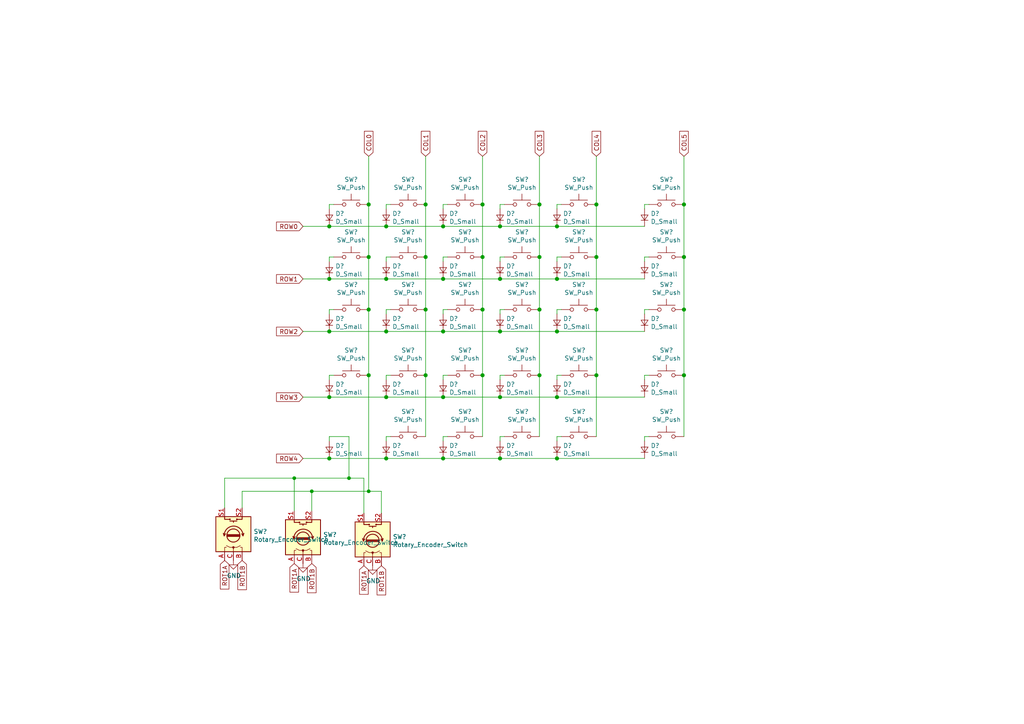
<source format=kicad_sch>
(kicad_sch (version 20211123) (generator eeschema)
  (paper "A4")
  (lib_symbols
    (symbol "Device:D_Small" (pin_numbers hide) (pin_names (offset 0.254) hide)
      (property "Reference" "D" (at -1.27 2.032 0))
      (property "Value" "D_Small" (at -3.81 -2.032 0))
      (symbol "D_Small_0_1"
        (polyline (pts (xy -0.762 -1.016) (xy -0.762 1.016)))
        (polyline (pts (xy -0.762 0) (xy 0.762 0)))
        (polyline (pts (xy 0.762 -1.016) (xy -0.762 0) (xy 0.762 1.016) (xy 0.762 -1.016)))
      )
      (symbol "D_Small_1_1"
        (pin passive line (at -2.54 0 0) (length 1.778) (name "K") (number "1"))
        (pin passive line (at 2.54 0 180) (length 1.778) (name "A") (number "2"))
      )
    )
    (symbol "Device:Rotary_Encoder_Switch" (pin_names (offset 0.254) hide)
      (property "Reference" "SW" (at 0 6.604 0))
      (property "Value" "Rotary_Encoder_Switch" (at 0 -6.604 0))
      (symbol "Rotary_Encoder_Switch_0_1"
        (rectangle (start -5.08 5.08) (end 5.08 -5.08) (stroke (width 0.254)) (fill (type background)))
        (circle (center -3.81 0) (radius 0.254) (fill (type outline)))
        (arc (start -0.381 -2.794) (mid 2.3622 -0.0635) (end -0.381 2.667) (stroke (width 0.254)))
        (circle (center -0.381 0) (radius 1.905) (stroke (width 0.254)))
        (polyline (pts (xy -0.635 -1.778) (xy -0.635 1.778)) (stroke (width 0.254)))
        (polyline (pts (xy -0.381 -1.778) (xy -0.381 1.778)) (stroke (width 0.254)))
        (polyline (pts (xy -0.127 1.778) (xy -0.127 -1.778)) (stroke (width 0.254)))
        (polyline (pts (xy 3.81 0) (xy 3.429 0)) (stroke (width 0.254)))
        (polyline (pts (xy 3.81 1.016) (xy 3.81 -1.016)) (stroke (width 0.254)))
        (polyline (pts (xy -5.08 -2.54) (xy -3.81 -2.54) (xy -3.81 -2.032)))
        (polyline (pts (xy -5.08 2.54) (xy -3.81 2.54) (xy -3.81 2.032)))
        (polyline (pts (xy 0.254 -3.048) (xy -0.508 -2.794) (xy 0.127 -2.413)) (stroke (width 0.254)))
        (polyline (pts (xy 0.254 2.921) (xy -0.508 2.667) (xy 0.127 2.286)) (stroke (width 0.254)))
        (polyline (pts (xy 5.08 -2.54) (xy 4.318 -2.54) (xy 4.318 -1.016)) (stroke (width 0.254)))
        (polyline (pts (xy 5.08 2.54) (xy 4.318 2.54) (xy 4.318 1.016)) (stroke (width 0.254)))
        (polyline (pts (xy -5.08 0) (xy -3.81 0) (xy -3.81 -1.016) (xy -3.302 -2.032)))
        (polyline (pts (xy -4.318 0) (xy -3.81 0) (xy -3.81 1.016) (xy -3.302 2.032)))
        (circle (center 4.318 -1.016) (radius 0.127) (stroke (width 0.254)))
        (circle (center 4.318 1.016) (radius 0.127) (stroke (width 0.254)))
      )
      (symbol "Rotary_Encoder_Switch_1_1"
        (pin passive line (at -7.62 2.54 0) (length 2.54) (name "A") (number "A"))
        (pin passive line (at -7.62 -2.54 0) (length 2.54) (name "B") (number "B"))
        (pin passive line (at -7.62 0 0) (length 2.54) (name "C") (number "C"))
        (pin passive line (at 7.62 2.54 180) (length 2.54) (name "S1") (number "S1"))
        (pin passive line (at 7.62 -2.54 180) (length 2.54) (name "S2") (number "S2"))
      )
    )
    (symbol "Switch:SW_Push" (pin_numbers hide) (pin_names (offset 1.016) hide)
      (property "Reference" "SW" (at 1.27 2.54 0))
      (property "Value" "SW_Push" (at 0 -1.524 0))
      (symbol "SW_Push_0_1"
        (circle (center -2.032 0) (radius 0.508))
        (polyline (pts (xy 0 1.27) (xy 0 3.048)))
        (polyline (pts (xy 2.54 1.27) (xy -2.54 1.27)))
        (circle (center 2.032 0) (radius 0.508))
        (pin passive line (at -5.08 0 0) (length 2.54) (name "1") (number "1"))
        (pin passive line (at 5.08 0 180) (length 2.54) (name "2") (number "2"))
      )
    )
    (symbol "power:GND" (power) (pin_names (offset 0))
      (property "Value" "GND" (at 0 -3.81 0))
      (symbol "GND_0_1"
        (polyline (pts (xy 0 0) (xy 0 -1.27) (xy 1.27 -1.27) (xy 0 -2.54) (xy -1.27 -1.27) (xy 0 -1.27)))
      )
      (symbol "GND_1_1"
        (pin power_in line (at 0 0 270) (length 0) hide (name "GND") (number "1"))
      )
    )
  )
  (junction (at 106.934 108.839) (diameter 1.016))
  (junction (at 90.424 142.494))
  (junction (at 123.444 89.789) (diameter 1.016))
  (junction (at 172.974 59.309) (diameter 1.016))
  (junction (at 161.544 96.139) (diameter 1.016))
  (junction (at 198.374 89.789) (diameter 1.016))
  (junction (at 123.444 59.309) (diameter 1.016))
  (junction (at 172.974 108.839) (diameter 1.016))
  (junction (at 161.544 132.969) (diameter 1.016))
  (junction (at 95.504 65.659) (diameter 1.016))
  (junction (at 112.014 132.969) (diameter 1.016))
  (junction (at 139.954 89.789) (diameter 1.016))
  (junction (at 156.464 108.839) (diameter 1.016))
  (junction (at 172.974 74.549) (diameter 1.016))
  (junction (at 128.524 96.139) (diameter 1.016))
  (junction (at 198.374 74.549) (diameter 1.016))
  (junction (at 161.544 115.189) (diameter 1.016))
  (junction (at 198.374 108.839) (diameter 1.016))
  (junction (at 139.954 59.309) (diameter 1.016))
  (junction (at 112.014 115.189) (diameter 1.016))
  (junction (at 145.034 115.189) (diameter 1.016))
  (junction (at 156.464 74.549) (diameter 1.016))
  (junction (at 139.954 108.839) (diameter 1.016))
  (junction (at 101.219 138.684))
  (junction (at 95.504 80.899) (diameter 1.016))
  (junction (at 139.954 74.549) (diameter 1.016))
  (junction (at 128.524 115.189) (diameter 1.016))
  (junction (at 106.934 74.549) (diameter 1.016))
  (junction (at 172.974 89.789) (diameter 1.016))
  (junction (at 198.374 59.309) (diameter 1.016))
  (junction (at 112.014 80.899) (diameter 1.016))
  (junction (at 128.524 80.899) (diameter 1.016))
  (junction (at 112.014 65.659) (diameter 1.016))
  (junction (at 112.014 96.139) (diameter 1.016))
  (junction (at 145.034 132.969) (diameter 1.016))
  (junction (at 123.444 74.549) (diameter 1.016))
  (junction (at 95.504 132.969) (diameter 1.016))
  (junction (at 128.524 65.659) (diameter 1.016))
  (junction (at 95.504 96.139) (diameter 1.016))
  (junction (at 156.464 59.309) (diameter 1.016))
  (junction (at 145.034 96.139) (diameter 1.016))
  (junction (at 156.464 89.789) (diameter 1.016))
  (junction (at 95.504 115.189) (diameter 1.016))
  (junction (at 128.524 132.969) (diameter 1.016))
  (junction (at 145.034 65.659) (diameter 1.016))
  (junction (at 106.934 59.309) (diameter 1.016))
  (junction (at 161.544 80.899) (diameter 1.016))
  (junction (at 145.034 80.899) (diameter 1.016))
  (junction (at 106.934 142.494))
  (junction (at 106.934 89.789) (diameter 1.016))
  (junction (at 85.344 138.684))
  (junction (at 161.544 65.659) (diameter 1.016))
  (junction (at 123.444 108.839) (diameter 1.016))
  (wire (pts (xy 106.934 108.839) (xy 106.934 142.494)))
  (wire (pts (xy 95.504 115.189) (xy 112.014 115.189)))
  (wire (pts (xy 87.884 115.189) (xy 95.504 115.189)))
  (wire (pts (xy 112.014 89.789) (xy 113.284 89.789)))
  (wire (pts (xy 161.544 127.889) (xy 161.544 126.619)))
  (wire (pts (xy 112.014 60.579) (xy 112.014 59.309)))
  (wire (pts (xy 156.464 74.549) (xy 156.464 89.789)))
  (wire (pts (xy 112.014 110.109) (xy 112.014 108.839)))
  (wire (pts (xy 186.944 59.309) (xy 188.214 59.309)))
  (wire (pts (xy 139.954 89.789) (xy 139.954 108.839)))
  (wire (pts (xy 112.014 115.189) (xy 128.524 115.189)))
  (wire (pts (xy 128.524 108.839) (xy 129.794 108.839)))
  (wire (pts (xy 161.544 89.789) (xy 162.814 89.789)))
  (wire (pts (xy 172.974 45.339) (xy 172.974 59.309)))
  (wire (pts (xy 95.504 89.789) (xy 96.774 89.789)))
  (wire (pts (xy 139.954 45.339) (xy 139.954 59.309)))
  (wire (pts (xy 95.504 108.839) (xy 96.774 108.839)))
  (wire (pts (xy 128.524 96.139) (xy 145.034 96.139)))
  (wire (pts (xy 139.954 74.549) (xy 139.954 89.789)))
  (wire (pts (xy 128.524 89.789) (xy 129.794 89.789)))
  (wire (pts (xy 172.974 59.309) (xy 172.974 74.549)))
  (wire (pts (xy 145.034 96.139) (xy 161.544 96.139)))
  (wire (pts (xy 156.464 45.339) (xy 156.464 59.309)))
  (wire (pts (xy 145.034 126.619) (xy 146.304 126.619)))
  (wire (pts (xy 95.504 91.059) (xy 95.504 89.789)))
  (wire (pts (xy 112.014 132.969) (xy 128.524 132.969)))
  (wire (pts (xy 112.014 65.659) (xy 128.524 65.659)))
  (wire (pts (xy 65.151 147.32) (xy 65.151 138.684)))
  (wire (pts (xy 110.617 142.494) (xy 106.934 142.494)))
  (wire (pts (xy 90.424 148.209) (xy 90.424 142.494)))
  (wire (pts (xy 106.934 59.309) (xy 106.934 74.549)))
  (wire (pts (xy 145.034 108.839) (xy 146.304 108.839)))
  (wire (pts (xy 128.524 59.309) (xy 129.794 59.309)))
  (wire (pts (xy 145.034 80.899) (xy 161.544 80.899)))
  (wire (pts (xy 198.374 59.309) (xy 198.374 74.549)))
  (wire (pts (xy 198.374 45.339) (xy 198.374 59.309)))
  (wire (pts (xy 95.504 96.139) (xy 112.014 96.139)))
  (wire (pts (xy 110.617 148.844) (xy 110.617 142.494)))
  (wire (pts (xy 128.524 115.189) (xy 145.034 115.189)))
  (wire (pts (xy 172.974 74.549) (xy 172.974 89.789)))
  (wire (pts (xy 112.014 75.819) (xy 112.014 74.549)))
  (wire (pts (xy 87.884 65.659) (xy 95.504 65.659)))
  (wire (pts (xy 128.524 127.889) (xy 128.524 126.619)))
  (wire (pts (xy 161.544 110.109) (xy 161.544 108.839)))
  (wire (pts (xy 186.944 74.549) (xy 188.214 74.549)))
  (wire (pts (xy 186.944 91.059) (xy 186.944 89.789)))
  (wire (pts (xy 70.231 142.494) (xy 90.424 142.494)))
  (wire (pts (xy 186.944 110.109) (xy 186.944 108.839)))
  (wire (pts (xy 95.504 65.659) (xy 112.014 65.659)))
  (wire (pts (xy 128.524 75.819) (xy 128.524 74.549)))
  (wire (pts (xy 186.944 60.579) (xy 186.944 59.309)))
  (wire (pts (xy 161.544 59.309) (xy 162.814 59.309)))
  (wire (pts (xy 139.954 108.839) (xy 139.954 126.619)))
  (wire (pts (xy 186.944 127.889) (xy 186.944 126.619)))
  (wire (pts (xy 145.034 59.309) (xy 146.304 59.309)))
  (wire (pts (xy 95.504 127.889) (xy 95.504 126.619)))
  (wire (pts (xy 112.014 126.619) (xy 113.284 126.619)))
  (wire (pts (xy 161.544 75.819) (xy 161.544 74.549)))
  (wire (pts (xy 186.944 89.789) (xy 188.214 89.789)))
  (wire (pts (xy 186.944 108.839) (xy 188.214 108.839)))
  (wire (pts (xy 85.344 148.209) (xy 85.344 138.684)))
  (wire (pts (xy 161.544 65.659) (xy 186.944 65.659)))
  (wire (pts (xy 106.934 89.789) (xy 106.934 108.839)))
  (wire (pts (xy 87.884 132.969) (xy 95.504 132.969)))
  (wire (pts (xy 145.034 115.189) (xy 161.544 115.189)))
  (wire (pts (xy 198.374 74.549) (xy 198.374 89.789)))
  (wire (pts (xy 161.544 74.549) (xy 162.814 74.549)))
  (wire (pts (xy 128.524 80.899) (xy 145.034 80.899)))
  (wire (pts (xy 145.034 110.109) (xy 145.034 108.839)))
  (wire (pts (xy 112.014 74.549) (xy 113.284 74.549)))
  (wire (pts (xy 65.151 138.684) (xy 85.344 138.684)))
  (wire (pts (xy 198.374 89.789) (xy 198.374 108.839)))
  (wire (pts (xy 145.034 60.579) (xy 145.034 59.309)))
  (wire (pts (xy 85.344 138.684) (xy 101.219 138.684)))
  (wire (pts (xy 95.504 110.109) (xy 95.504 108.839)))
  (wire (pts (xy 105.537 148.844) (xy 105.537 138.684)))
  (wire (pts (xy 161.544 132.969) (xy 186.944 132.969)))
  (wire (pts (xy 172.974 89.789) (xy 172.974 108.839)))
  (wire (pts (xy 161.544 80.899) (xy 186.944 80.899)))
  (wire (pts (xy 156.464 108.839) (xy 156.464 126.619)))
  (wire (pts (xy 87.884 96.139) (xy 95.504 96.139)))
  (wire (pts (xy 87.884 80.899) (xy 95.504 80.899)))
  (wire (pts (xy 112.014 59.309) (xy 113.284 59.309)))
  (wire (pts (xy 123.444 45.339) (xy 123.444 59.309)))
  (wire (pts (xy 198.374 108.839) (xy 198.374 126.619)))
  (wire (pts (xy 128.524 65.659) (xy 145.034 65.659)))
  (wire (pts (xy 145.034 65.659) (xy 161.544 65.659)))
  (wire (pts (xy 128.524 74.549) (xy 129.794 74.549)))
  (wire (pts (xy 128.524 132.969) (xy 145.034 132.969)))
  (wire (pts (xy 128.524 110.109) (xy 128.524 108.839)))
  (wire (pts (xy 145.034 91.059) (xy 145.034 89.789)))
  (wire (pts (xy 128.524 91.059) (xy 128.524 89.789)))
  (wire (pts (xy 128.524 126.619) (xy 129.794 126.619)))
  (wire (pts (xy 90.424 142.494) (xy 106.934 142.494)))
  (wire (pts (xy 123.444 59.309) (xy 123.444 74.549)))
  (wire (pts (xy 186.944 75.819) (xy 186.944 74.549)))
  (wire (pts (xy 172.974 108.839) (xy 172.974 126.619)))
  (wire (pts (xy 145.034 132.969) (xy 161.544 132.969)))
  (wire (pts (xy 161.544 126.619) (xy 162.814 126.619)))
  (wire (pts (xy 112.014 96.139) (xy 128.524 96.139)))
  (wire (pts (xy 95.504 75.819) (xy 95.504 74.549)))
  (wire (pts (xy 95.504 60.579) (xy 95.504 59.309)))
  (wire (pts (xy 156.464 59.309) (xy 156.464 74.549)))
  (wire (pts (xy 145.034 75.819) (xy 145.034 74.549)))
  (wire (pts (xy 161.544 60.579) (xy 161.544 59.309)))
  (wire (pts (xy 145.034 89.789) (xy 146.304 89.789)))
  (wire (pts (xy 95.504 59.309) (xy 96.774 59.309)))
  (wire (pts (xy 112.014 91.059) (xy 112.014 89.789)))
  (wire (pts (xy 95.504 80.899) (xy 112.014 80.899)))
  (wire (pts (xy 112.014 80.899) (xy 128.524 80.899)))
  (wire (pts (xy 161.544 96.139) (xy 186.944 96.139)))
  (wire (pts (xy 145.034 127.889) (xy 145.034 126.619)))
  (wire (pts (xy 95.504 126.619) (xy 101.219 126.619)))
  (wire (pts (xy 161.544 108.839) (xy 162.814 108.839)))
  (wire (pts (xy 186.944 126.619) (xy 188.214 126.619)))
  (wire (pts (xy 112.014 127.889) (xy 112.014 126.619)))
  (wire (pts (xy 101.219 126.619) (xy 101.219 138.684)))
  (wire (pts (xy 106.934 74.549) (xy 106.934 89.789)))
  (wire (pts (xy 112.014 108.839) (xy 113.284 108.839)))
  (wire (pts (xy 106.934 45.339) (xy 106.934 59.309)))
  (wire (pts (xy 123.444 108.839) (xy 123.444 126.619)))
  (wire (pts (xy 105.537 138.684) (xy 101.219 138.684)))
  (wire (pts (xy 161.544 91.059) (xy 161.544 89.789)))
  (wire (pts (xy 95.504 132.969) (xy 112.014 132.969)))
  (wire (pts (xy 156.464 89.789) (xy 156.464 108.839)))
  (wire (pts (xy 95.504 74.549) (xy 96.774 74.549)))
  (wire (pts (xy 145.034 74.549) (xy 146.304 74.549)))
  (wire (pts (xy 123.444 89.789) (xy 123.444 108.839)))
  (wire (pts (xy 70.231 147.32) (xy 70.231 142.494)))
  (wire (pts (xy 123.444 74.549) (xy 123.444 89.789)))
  (wire (pts (xy 128.524 60.579) (xy 128.524 59.309)))
  (wire (pts (xy 161.544 115.189) (xy 186.944 115.189)))
  (wire (pts (xy 139.954 59.309) (xy 139.954 74.549)))
  (global_label "COL2" (shape input) (at 139.954 45.339 90) (property "Intersheet References" "${INTERSHEET_REFS}" (effects hide)))
  (global_label "ROW2" (shape input) (at 87.884 96.139 180) (property "Intersheet References" "${INTERSHEET_REFS}" (effects hide)))
  (global_label "COL0" (shape input) (at 106.934 45.339 90) (property "Intersheet References" "${INTERSHEET_REFS}" (effects hide)))
  (global_label "ROW0" (shape input) (at 87.884 65.659 180) (property "Intersheet References" "${INTERSHEET_REFS}" (effects hide)))
  (global_label "COL4" (shape input) (at 172.974 45.339 90) (property "Intersheet References" "${INTERSHEET_REFS}" (effects hide)))
  (global_label "ROT1B" (shape input) (at 70.231 162.56 270) (property "Intersheet References" "${INTERSHEET_REFS}" (effects hide)))
  (global_label "ROT1A" (shape input) (at 65.151 162.56 270) (property "Intersheet References" "${INTERSHEET_REFS}" (effects hide)))
  (global_label "ROT1A" (shape input) (at 105.537 164.084 270) (property "Intersheet References" "${INTERSHEET_REFS}" (effects hide)))
  (global_label "COL1" (shape input) (at 123.444 45.339 90) (property "Intersheet References" "${INTERSHEET_REFS}" (effects hide)))
  (global_label "ROT1B" (shape input) (at 90.424 163.449 270) (property "Intersheet References" "${INTERSHEET_REFS}" (effects hide)))
  (global_label "COL3" (shape input) (at 156.464 45.339 90) (property "Intersheet References" "${INTERSHEET_REFS}" (effects hide)))
  (global_label "ROW1" (shape input) (at 87.884 80.899 180) (property "Intersheet References" "${INTERSHEET_REFS}" (effects hide)))
  (global_label "ROT1B" (shape input) (at 110.617 164.084 270) (property "Intersheet References" "${INTERSHEET_REFS}" (effects hide)))
  (global_label "ROT1A" (shape input) (at 85.344 163.449 270) (property "Intersheet References" "${INTERSHEET_REFS}" (effects hide)))
  (global_label "ROW4" (shape input) (at 87.884 132.969 180) (property "Intersheet References" "${INTERSHEET_REFS}" (effects hide)))
  (global_label "COL5" (shape input) (at 198.374 45.339 90) (property "Intersheet References" "${INTERSHEET_REFS}" (effects hide)))
  (global_label "ROW3" (shape input) (at 87.884 115.189 180) (property "Intersheet References" "${INTERSHEET_REFS}" (effects hide)))
  (symbol (lib_id "Device:Rotary_Encoder_Switch") (at 108.077 156.464 90) (unit 1)
    (property "Reference" "SW?" (at 113.9191 155.7031 90) (effects (justify right)))
    (property "Value" "Rotary_Encoder_Switch" (at 113.9191 158.0018 90) (effects (justify right)))
    (property "Footprint" "Library:RotaryEncoder_Alps_EC11E-Switch_Vertical_H20mm" (effects hide))
  )
  (symbol (lib_id "Switch:SW_Push") (at 134.874 59.309 0) (unit 1)
    (property "Reference" "SW?" (at 134.874 52.07 0))
    (property "Value" "SW_Push" (at 134.874 54.3814 0))
    (property "Footprint" "Library:MX-1U-Hotswap" (effects hide))
  )
  (symbol (lib_id "Device:D_Small") (at 95.504 78.359 90) (unit 1)
    (property "Reference" "D?" (at 97.282 77.1906 90) (effects (justify right)))
    (property "Value" "D_Small" (at 97.282 79.502 90) (effects (justify right)))
    (property "Footprint" "Library:D_SOD-123" (effects hide))
  )
  (symbol (lib_id "Switch:SW_Push") (at 151.384 74.549 0) (unit 1)
    (property "Reference" "SW?" (at 151.384 67.31 0))
    (property "Value" "SW_Push" (at 151.384 69.6214 0))
    (property "Footprint" "Library:MX-1U-Hotswap" (effects hide))
  )
  (symbol (lib_id "Device:Rotary_Encoder_Switch") (at 67.691 154.94 90) (unit 1)
    (property "Reference" "SW?" (at 73.5331 154.1791 90) (effects (justify right)))
    (property "Value" "Rotary_Encoder_Switch" (at 73.5331 156.4778 90) (effects (justify right)))
    (property "Footprint" "Library:RollerEncoder_Panasonic_EVQWGD001" (effects hide))
  )
  (symbol (lib_id "Device:D_Small") (at 145.034 78.359 90) (unit 1)
    (property "Reference" "D?" (at 146.812 77.1906 90) (effects (justify right)))
    (property "Value" "D_Small" (at 146.812 79.502 90) (effects (justify right)))
    (property "Footprint" "Library:D_SOD-123" (effects hide))
  )
  (symbol (lib_id "Switch:SW_Push") (at 193.294 108.839 0) (unit 1)
    (property "Reference" "SW?" (at 193.294 101.6 0))
    (property "Value" "SW_Push" (at 193.294 103.9114 0))
    (property "Footprint" "Library:MX-1U-Hotswap" (effects hide))
  )
  (symbol (lib_id "Switch:SW_Push") (at 151.384 89.789 0) (unit 1)
    (property "Reference" "SW?" (at 151.384 82.55 0))
    (property "Value" "SW_Push" (at 151.384 84.8614 0))
    (property "Footprint" "Library:MX-1U-Hotswap" (effects hide))
  )
  (symbol (lib_id "Switch:SW_Push") (at 167.894 59.309 0) (unit 1)
    (property "Reference" "SW?" (at 167.894 52.07 0))
    (property "Value" "SW_Push" (at 167.894 54.3814 0))
    (property "Footprint" "Library:MX-1U-Hotswap" (effects hide))
  )
  (symbol (lib_id "Device:D_Small") (at 186.944 63.119 90) (unit 1)
    (property "Reference" "D?" (at 188.722 61.9506 90) (effects (justify right)))
    (property "Value" "D_Small" (at 188.722 64.262 90) (effects (justify right)))
    (property "Footprint" "Library:D_SOD-123" (effects hide))
  )
  (symbol (lib_id "Device:D_Small") (at 128.524 63.119 90) (unit 1)
    (property "Reference" "D?" (at 130.302 61.9506 90) (effects (justify right)))
    (property "Value" "D_Small" (at 130.302 64.262 90) (effects (justify right)))
    (property "Footprint" "Library:D_SOD-123" (effects hide))
  )
  (symbol (lib_id "Device:D_Small") (at 145.034 112.649 90) (unit 1)
    (property "Reference" "D?" (at 146.812 111.4806 90) (effects (justify right)))
    (property "Value" "D_Small" (at 146.812 113.792 90) (effects (justify right)))
    (property "Footprint" "Library:D_SOD-123" (effects hide))
  )
  (symbol (lib_id "Switch:SW_Push") (at 118.364 126.619 0) (unit 1)
    (property "Reference" "SW?" (at 118.364 119.38 0))
    (property "Value" "SW_Push" (at 118.364 121.6914 0))
    (property "Footprint" "Library:MX-1U-Hotswap" (effects hide))
  )
  (symbol (lib_id "Switch:SW_Push") (at 151.384 126.619 0) (unit 1)
    (property "Reference" "SW?" (at 151.384 119.38 0))
    (property "Value" "SW_Push" (at 151.384 121.6914 0))
    (property "Footprint" "Library:MX-1U-Hotswap" (effects hide))
  )
  (symbol (lib_id "Device:D_Small") (at 128.524 93.599 90) (unit 1)
    (property "Reference" "D?" (at 130.302 92.4306 90) (effects (justify right)))
    (property "Value" "D_Small" (at 130.302 94.742 90) (effects (justify right)))
    (property "Footprint" "Library:D_SOD-123" (effects hide))
  )
  (symbol (lib_id "Switch:SW_Push") (at 167.894 126.619 0) (unit 1)
    (property "Reference" "SW?" (at 167.894 119.38 0))
    (property "Value" "SW_Push" (at 167.894 121.6914 0))
    (property "Footprint" "Library:MX-1U-Hotswap" (effects hide))
  )
  (symbol (lib_id "Device:D_Small") (at 95.504 130.429 90) (unit 1)
    (property "Reference" "D?" (at 97.282 129.2606 90) (effects (justify right)))
    (property "Value" "D_Small" (at 97.282 131.572 90) (effects (justify right)))
    (property "Footprint" "Library:D_SOD-123" (effects hide))
  )
  (symbol (lib_id "power:GND") (at 87.884 163.449 0) (unit 1)
    (property "Reference" "#PWR?" (effects hide))
    (property "Value" "GND" (at 88.011 167.8432 0))
  )
  (symbol (lib_id "Device:D_Small") (at 186.944 78.359 90) (unit 1)
    (property "Reference" "D?" (at 188.722 77.1906 90) (effects (justify right)))
    (property "Value" "D_Small" (at 188.722 79.502 90) (effects (justify right)))
    (property "Footprint" "Library:D_SOD-123" (effects hide))
  )
  (symbol (lib_id "Device:D_Small") (at 186.944 93.599 90) (unit 1)
    (property "Reference" "D?" (at 188.722 92.4306 90) (effects (justify right)))
    (property "Value" "D_Small" (at 188.722 94.742 90) (effects (justify right)))
    (property "Footprint" "Library:D_SOD-123" (effects hide))
  )
  (symbol (lib_id "Switch:SW_Push") (at 151.384 59.309 0) (unit 1)
    (property "Reference" "SW?" (at 151.384 52.07 0))
    (property "Value" "SW_Push" (at 151.384 54.3814 0))
    (property "Footprint" "Library:MX-1U-Hotswap" (effects hide))
  )
  (symbol (lib_id "Device:D_Small") (at 112.014 130.429 90) (unit 1)
    (property "Reference" "D?" (at 113.792 129.2606 90) (effects (justify right)))
    (property "Value" "D_Small" (at 113.792 131.572 90) (effects (justify right)))
    (property "Footprint" "Library:D_SOD-123" (effects hide))
  )
  (symbol (lib_id "Device:D_Small") (at 186.944 130.429 90) (unit 1)
    (property "Reference" "D?" (at 188.722 129.2606 90) (effects (justify right)))
    (property "Value" "D_Small" (at 188.722 131.572 90) (effects (justify right)))
    (property "Footprint" "Library:D_SOD-123" (effects hide))
  )
  (symbol (lib_id "Device:D_Small") (at 145.034 63.119 90) (unit 1)
    (property "Reference" "D?" (at 146.812 61.9506 90) (effects (justify right)))
    (property "Value" "D_Small" (at 146.812 64.262 90) (effects (justify right)))
    (property "Footprint" "Library:D_SOD-123" (effects hide))
  )
  (symbol (lib_id "Device:D_Small") (at 95.504 112.649 90) (unit 1)
    (property "Reference" "D?" (at 97.282 111.4806 90) (effects (justify right)))
    (property "Value" "D_Small" (at 97.282 113.792 90) (effects (justify right)))
    (property "Footprint" "Library:D_SOD-123" (effects hide))
  )
  (symbol (lib_id "Switch:SW_Push") (at 193.294 126.619 0) (unit 1)
    (property "Reference" "SW?" (at 193.294 119.38 0))
    (property "Value" "SW_Push" (at 193.294 121.6914 0))
    (property "Footprint" "Library:MX-1U-Hotswap" (effects hide))
  )
  (symbol (lib_id "Switch:SW_Push") (at 167.894 74.549 0) (unit 1)
    (property "Reference" "SW?" (at 167.894 67.31 0))
    (property "Value" "SW_Push" (at 167.894 69.6214 0))
    (property "Footprint" "Library:MX-1U-Hotswap" (effects hide))
  )
  (symbol (lib_id "Device:D_Small") (at 161.544 63.119 90) (unit 1)
    (property "Reference" "D?" (at 163.322 61.9506 90) (effects (justify right)))
    (property "Value" "D_Small" (at 163.322 64.262 90) (effects (justify right)))
    (property "Footprint" "Library:D_SOD-123" (effects hide))
  )
  (symbol (lib_id "Device:D_Small") (at 112.014 78.359 90) (unit 1)
    (property "Reference" "D?" (at 113.792 77.1906 90) (effects (justify right)))
    (property "Value" "D_Small" (at 113.792 79.502 90) (effects (justify right)))
    (property "Footprint" "Library:D_SOD-123" (effects hide))
  )
  (symbol (lib_id "Device:D_Small") (at 161.544 78.359 90) (unit 1)
    (property "Reference" "D?" (at 163.322 77.1906 90) (effects (justify right)))
    (property "Value" "D_Small" (at 163.322 79.502 90) (effects (justify right)))
    (property "Footprint" "Library:D_SOD-123" (effects hide))
  )
  (symbol (lib_id "Device:D_Small") (at 186.944 112.649 90) (unit 1)
    (property "Reference" "D?" (at 188.722 111.4806 90) (effects (justify right)))
    (property "Value" "D_Small" (at 188.722 113.792 90) (effects (justify right)))
    (property "Footprint" "Library:D_SOD-123" (effects hide))
  )
  (symbol (lib_id "Switch:SW_Push") (at 134.874 74.549 0) (unit 1)
    (property "Reference" "SW?" (at 134.874 67.31 0))
    (property "Value" "SW_Push" (at 134.874 69.6214 0))
    (property "Footprint" "Library:MX-1U-Hotswap" (effects hide))
  )
  (symbol (lib_id "Device:D_Small") (at 161.544 112.649 90) (unit 1)
    (property "Reference" "D?" (at 163.322 111.4806 90) (effects (justify right)))
    (property "Value" "D_Small" (at 163.322 113.792 90) (effects (justify right)))
    (property "Footprint" "Library:D_SOD-123" (effects hide))
  )
  (symbol (lib_id "Switch:SW_Push") (at 193.294 89.789 0) (unit 1)
    (property "Reference" "SW?" (at 193.294 82.55 0))
    (property "Value" "SW_Push" (at 193.294 84.8614 0))
    (property "Footprint" "Library:MX-1U-Hotswap" (effects hide))
  )
  (symbol (lib_id "Device:D_Small") (at 95.504 93.599 90) (unit 1)
    (property "Reference" "D?" (at 97.282 92.4306 90) (effects (justify right)))
    (property "Value" "D_Small" (at 97.282 94.742 90) (effects (justify right)))
    (property "Footprint" "Library:D_SOD-123" (effects hide))
  )
  (symbol (lib_id "Switch:SW_Push") (at 101.854 59.309 0) (unit 1)
    (property "Reference" "SW?" (at 101.854 52.07 0))
    (property "Value" "SW_Push" (at 101.854 54.3814 0))
    (property "Footprint" "Library:MX-1U-Hotswap" (effects hide))
  )
  (symbol (lib_id "Switch:SW_Push") (at 193.294 74.549 0) (unit 1)
    (property "Reference" "SW?" (at 193.294 67.31 0))
    (property "Value" "SW_Push" (at 193.294 69.6214 0))
    (property "Footprint" "Library:MX-1U-Hotswap" (effects hide))
  )
  (symbol (lib_id "Device:Rotary_Encoder_Switch") (at 87.884 155.829 90) (unit 1)
    (property "Reference" "SW?" (at 93.7261 155.0681 90) (effects (justify right)))
    (property "Value" "Rotary_Encoder_Switch" (at 93.7261 157.3668 90) (effects (justify right)))
    (property "Footprint" "Library:RollerEncoder_Panasonic_EVQWGD001" (effects hide))
  )
  (symbol (lib_id "Device:D_Small") (at 145.034 130.429 90) (unit 1)
    (property "Reference" "D?" (at 146.812 129.2606 90) (effects (justify right)))
    (property "Value" "D_Small" (at 146.812 131.572 90) (effects (justify right)))
    (property "Footprint" "Library:D_SOD-123" (effects hide))
  )
  (symbol (lib_id "Switch:SW_Push") (at 134.874 126.619 0) (unit 1)
    (property "Reference" "SW?" (at 134.874 119.38 0))
    (property "Value" "SW_Push" (at 134.874 121.6914 0))
    (property "Footprint" "Library:MX-1U-Hotswap" (effects hide))
  )
  (symbol (lib_id "Switch:SW_Push") (at 151.384 108.839 0) (unit 1)
    (property "Reference" "SW?" (at 151.384 101.6 0))
    (property "Value" "SW_Push" (at 151.384 103.9114 0))
    (property "Footprint" "Library:MX-1U-Hotswap" (effects hide))
  )
  (symbol (lib_id "Switch:SW_Push") (at 118.364 89.789 0) (unit 1)
    (property "Reference" "SW?" (at 118.364 82.55 0))
    (property "Value" "SW_Push" (at 118.364 84.8614 0))
    (property "Footprint" "Library:MX-1U-Hotswap" (effects hide))
  )
  (symbol (lib_id "Switch:SW_Push") (at 167.894 108.839 0) (unit 1)
    (property "Reference" "SW?" (at 167.894 101.6 0))
    (property "Value" "SW_Push" (at 167.894 103.9114 0))
    (property "Footprint" "Library:MX-1U-Hotswap" (effects hide))
  )
  (symbol (lib_id "Switch:SW_Push") (at 101.854 108.839 0) (unit 1)
    (property "Reference" "SW?" (at 101.854 101.6 0))
    (property "Value" "SW_Push" (at 101.854 103.9114 0))
    (property "Footprint" "Library:MX-1U-Hotswap" (effects hide))
  )
  (symbol (lib_id "Switch:SW_Push") (at 193.294 59.309 0) (unit 1)
    (property "Reference" "SW?" (at 193.294 52.07 0))
    (property "Value" "SW_Push" (at 193.294 54.3814 0))
    (property "Footprint" "Library:MX-1U-Hotswap" (effects hide))
  )
  (symbol (lib_id "Device:D_Small") (at 112.014 93.599 90) (unit 1)
    (property "Reference" "D?" (at 113.792 92.4306 90) (effects (justify right)))
    (property "Value" "D_Small" (at 113.792 94.742 90) (effects (justify right)))
    (property "Footprint" "Library:D_SOD-123" (effects hide))
  )
  (symbol (lib_id "power:GND") (at 108.077 164.084 0) (unit 1)
    (property "Reference" "#PWR?" (effects hide))
    (property "Value" "GND" (at 108.204 168.4782 0))
  )
  (symbol (lib_id "Switch:SW_Push") (at 118.364 108.839 0) (unit 1)
    (property "Reference" "SW?" (at 118.364 101.6 0))
    (property "Value" "SW_Push" (at 118.364 103.9114 0))
    (property "Footprint" "Library:MX-1U-Hotswap" (effects hide))
  )
  (symbol (lib_id "Device:D_Small") (at 128.524 78.359 90) (unit 1)
    (property "Reference" "D?" (at 130.302 77.1906 90) (effects (justify right)))
    (property "Value" "D_Small" (at 130.302 79.502 90) (effects (justify right)))
    (property "Footprint" "Library:D_SOD-123" (effects hide))
  )
  (symbol (lib_id "Switch:SW_Push") (at 101.854 89.789 0) (unit 1)
    (property "Reference" "SW?" (at 101.854 82.55 0))
    (property "Value" "SW_Push" (at 101.854 84.8614 0))
    (property "Footprint" "Library:MX-1U-Hotswap" (effects hide))
  )
  (symbol (lib_id "Switch:SW_Push") (at 118.364 59.309 0) (unit 1)
    (property "Reference" "SW?" (at 118.364 52.07 0))
    (property "Value" "SW_Push" (at 118.364 54.3814 0))
    (property "Footprint" "Library:MX-1U-Hotswap" (effects hide))
  )
  (symbol (lib_id "Device:D_Small") (at 95.504 63.119 90) (unit 1)
    (property "Reference" "D?" (at 97.282 61.9506 90) (effects (justify right)))
    (property "Value" "D_Small" (at 97.282 64.262 90) (effects (justify right)))
    (property "Footprint" "Library:D_SOD-123" (effects hide))
  )
  (symbol (lib_id "Device:D_Small") (at 128.524 112.649 90) (unit 1)
    (property "Reference" "D?" (at 130.302 111.4806 90) (effects (justify right)))
    (property "Value" "D_Small" (at 130.302 113.792 90) (effects (justify right)))
    (property "Footprint" "Library:D_SOD-123" (effects hide))
  )
  (symbol (lib_id "Device:D_Small") (at 161.544 93.599 90) (unit 1)
    (property "Reference" "D?" (at 163.322 92.4306 90) (effects (justify right)))
    (property "Value" "D_Small" (at 163.322 94.742 90) (effects (justify right)))
    (property "Footprint" "Library:D_SOD-123" (effects hide))
  )
  (symbol (lib_id "Device:D_Small") (at 112.014 63.119 90) (unit 1)
    (property "Reference" "D?" (at 113.792 61.9506 90) (effects (justify right)))
    (property "Value" "D_Small" (at 113.792 64.262 90) (effects (justify right)))
    (property "Footprint" "Library:D_SOD-123" (effects hide))
  )
  (symbol (lib_id "Device:D_Small") (at 161.544 130.429 90) (unit 1)
    (property "Reference" "D?" (at 163.322 129.2606 90) (effects (justify right)))
    (property "Value" "D_Small" (at 163.322 131.572 90) (effects (justify right)))
    (property "Footprint" "Library:D_SOD-123" (effects hide))
  )
  (symbol (lib_id "Device:D_Small") (at 145.034 93.599 90) (unit 1)
    (property "Reference" "D?" (at 146.812 92.4306 90) (effects (justify right)))
    (property "Value" "D_Small" (at 146.812 94.742 90) (effects (justify right)))
    (property "Footprint" "Library:D_SOD-123" (effects hide))
  )
  (symbol (lib_id "Switch:SW_Push") (at 167.894 89.789 0) (unit 1)
    (property "Reference" "SW?" (at 167.894 82.55 0))
    (property "Value" "SW_Push" (at 167.894 84.8614 0))
    (property "Footprint" "Library:MX-1U-Hotswap" (effects hide))
  )
  (symbol (lib_id "Switch:SW_Push") (at 134.874 108.839 0) (unit 1)
    (property "Reference" "SW?" (at 134.874 101.6 0))
    (property "Value" "SW_Push" (at 134.874 103.9114 0))
    (property "Footprint" "Library:MX-1U-Hotswap" (effects hide))
  )
  (symbol (lib_id "Switch:SW_Push") (at 134.874 89.789 0) (unit 1)
    (property "Reference" "SW?" (at 134.874 82.55 0))
    (property "Value" "SW_Push" (at 134.874 84.8614 0))
    (property "Footprint" "Library:MX-1U-Hotswap" (effects hide))
  )
  (symbol (lib_id "power:GND") (at 67.691 162.56 0) (unit 1)
    (property "Reference" "#PWR?" (effects hide))
    (property "Value" "GND" (at 67.818 166.9542 0))
  )
  (symbol (lib_id "Device:D_Small") (at 128.524 130.429 90) (unit 1)
    (property "Reference" "D?" (at 130.302 129.2606 90) (effects (justify right)))
    (property "Value" "D_Small" (at 130.302 131.572 90) (effects (justify right)))
    (property "Footprint" "Library:D_SOD-123" (effects hide))
  )
  (symbol (lib_id "Device:D_Small") (at 112.014 112.649 90) (unit 1)
    (property "Reference" "D?" (at 113.792 111.4806 90) (effects (justify right)))
    (property "Value" "D_Small" (at 113.792 113.792 90) (effects (justify right)))
    (property "Footprint" "Library:D_SOD-123" (effects hide))
  )
  (symbol (lib_id "Switch:SW_Push") (at 118.364 74.549 0) (unit 1)
    (property "Reference" "SW?" (at 118.364 67.31 0))
    (property "Value" "SW_Push" (at 118.364 69.6214 0))
    (property "Footprint" "Library:MX-1U-Hotswap" (effects hide))
  )
  (symbol (lib_id "Switch:SW_Push") (at 101.854 74.549 0) (unit 1)
    (property "Reference" "SW?" (at 101.854 67.31 0))
    (property "Value" "SW_Push" (at 101.854 69.6214 0))
    (property "Footprint" "Library:MX-1U-Hotswap" (effects hide))
  )
)
</source>
